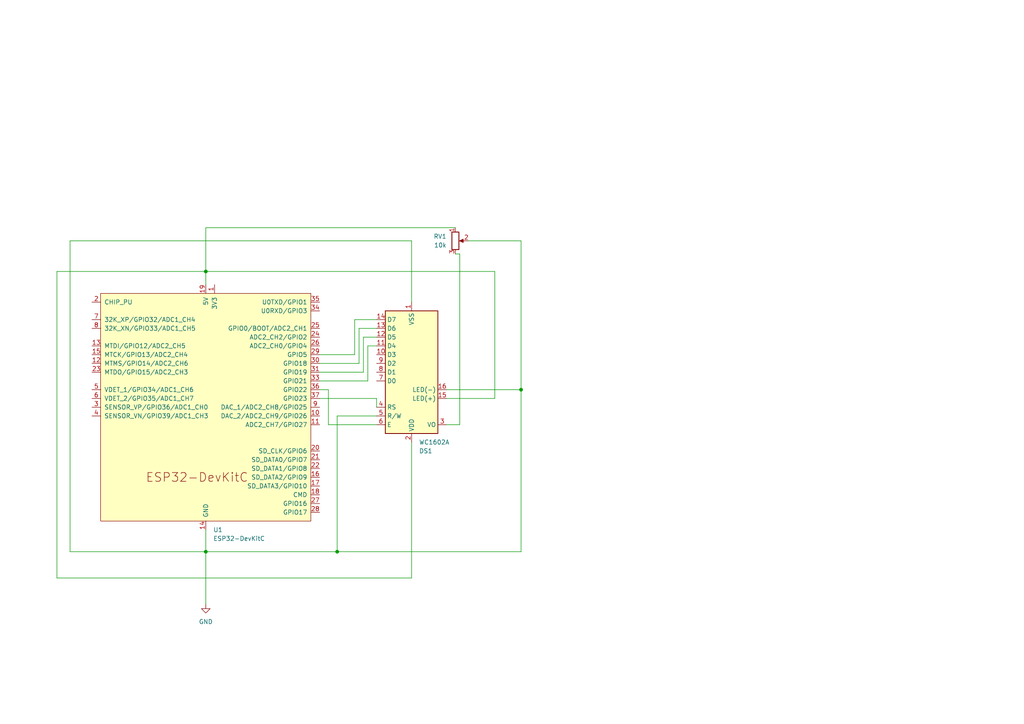
<source format=kicad_sch>
(kicad_sch (version 20250114) (generator "eeschema") (generator_version "9.0")
  (paper "A4")
  (title_block (title "POITimer") (rev "1"))
  (lib_symbols
    (symbol "Device:R_Potentiometer" (pin_names (offset 1.016) (hide yes))
      (property "Reference" "RV" (at -4.445 0 90))
      (property "Value" "R_Potentiometer" (at -2.54 0 90))
      (symbol "R_Potentiometer_0_1"
        (rectangle (start 1.016 2.54) (end -1.016 -2.54) (stroke (width 0.254)))
        (polyline (pts (xy 1.143 0) (xy 2.286 0.508) (xy 2.286 -0.508) (xy 1.143 0)) (fill (type outline)))
        (polyline (pts (xy 2.54 0) (xy 1.524 0)))
      )
      (symbol "R_Potentiometer_1_1"
        (pin passive line (at 0 3.81 270) (length 1.27) (name "1") (number "1"))
        (pin passive line (at 0 -3.81 90) (length 1.27) (name "3") (number "3"))
        (pin passive line (at 3.81 0 180) (length 1.27) (name "2") (number "2"))
      )
    )
    (symbol "Display_Character:WC1602A"
      (property "Reference" "DS" (at -5.842 19.05 0))
      (property "Value" "WC1602A" (at 5.334 19.05 0))
      (symbol "WC1602A_1_1"
        (rectangle (start -7.62 17.78) (end 7.62 -17.78) (stroke (width 0.254)) (fill (type background)))
        (pin input line (at -10.16 15.24 0) (length 2.54) (name "E") (number "6"))
        (pin input line (at -10.16 12.7 0) (length 2.54) (name "R/W") (number "5"))
        (pin input line (at -10.16 10.16 0) (length 2.54) (name "RS") (number "4"))
        (pin input line (at -10.16 2.54 0) (length 2.54) (name "D0") (number "7"))
        (pin input line (at -10.16 0 0) (length 2.54) (name "D1") (number "8"))
        (pin input line (at -10.16 -2.54 0) (length 2.54) (name "D2") (number "9"))
        (pin input line (at -10.16 -5.08 0) (length 2.54) (name "D3") (number "10"))
        (pin input line (at -10.16 -7.62 0) (length 2.54) (name "D4") (number "11"))
        (pin input line (at -10.16 -10.16 0) (length 2.54) (name "D5") (number "12"))
        (pin input line (at -10.16 -12.7 0) (length 2.54) (name "D6") (number "13"))
        (pin input line (at -10.16 -15.24 0) (length 2.54) (name "D7") (number "14"))
        (pin power_in line (at 0 20.32 270) (length 2.54) (name "VDD") (number "2"))
        (pin power_in line (at 0 -20.32 90) (length 2.54) (name "VSS") (number "1"))
        (pin input line (at 10.16 15.24 180) (length 2.54) (name "VO") (number "3"))
        (pin power_in line (at 10.16 7.62 180) (length 2.54) (name "LED(+)") (number "15"))
        (pin power_in line (at 10.16 5.08 180) (length 2.54) (name "LED(-)") (number "16"))
      )
    )
    (symbol "PCM_Espressif:ESP32-DevKitC" (pin_names (offset 1.016))
      (property "Reference" "U" (at -30.48 38.1 0))
      (property "Value" "ESP32-DevKitC" (at -30.48 35.56 0))
      (symbol "ESP32-DevKitC_0_0"
        (text "ESP32-DevKitC" (at -2.54 -20.32 0) (effects (font (size 2.54 2.54))))
        (pin power_in line (at 0 35.56 270) (length 2.54) (name "5V") (number "19"))
        (pin power_in line (at 0 -35.56 90) (length 2.54) (name "GND") (number "14"))
      )
      (symbol "ESP32-DevKitC_0_1"
        (rectangle (start -30.48 33.02) (end 30.48 -33.02) (fill (type background)))
      )
      (symbol "ESP32-DevKitC_1_1"
        (pin input line (at -33.02 30.48 0) (length 2.54) (name "CHIP_PU") (number "2"))
        (pin bidirectional line (at -33.02 25.4 0) (length 2.54) (name "32K_XP/GPIO32/ADC1_CH4") (number "7"))
        (pin bidirectional line (at -33.02 22.86 0) (length 2.54) (name "32K_XN/GPIO33/ADC1_CH5") (number "8"))
        (pin bidirectional line (at -33.02 17.78 0) (length 2.54) (name "MTDI/GPIO12/ADC2_CH5") (number "13"))
        (pin bidirectional line (at -33.02 15.24 0) (length 2.54) (name "MTCK/GPIO13/ADC2_CH4") (number "15"))
        (pin bidirectional line (at -33.02 12.7 0) (length 2.54) (name "MTMS/GPIO14/ADC2_CH6") (number "12"))
        (pin bidirectional line (at -33.02 10.16 0) (length 2.54) (name "MTDO/GPIO15/ADC2_CH3") (number "23"))
        (pin input line (at -33.02 5.08 0) (length 2.54) (name "VDET_1/GPIO34/ADC1_CH6") (number "5"))
        (pin input line (at -33.02 2.54 0) (length 2.54) (name "VDET_2/GPIO35/ADC1_CH7") (number "6"))
        (pin input line (at -33.02 0 0) (length 2.54) (name "SENSOR_VP/GPIO36/ADC1_CH0") (number "3"))
        (pin input line (at -33.02 -2.54 0) (length 2.54) (name "SENSOR_VN/GPIO39/ADC1_CH3") (number "4"))
        (pin passive line (at 0 -35.56 90) (length 2.54) (hide yes) (name "GND") (number "32"))
        (pin passive line (at 0 -35.56 90) (length 2.54) (hide yes) (name "GND") (number "38"))
        (pin power_in line (at 2.54 35.56 270) (length 2.54) (name "3V3") (number "1"))
        (pin bidirectional line (at 33.02 30.48 180) (length 2.54) (name "U0TXD/GPIO1") (number "35"))
        (pin bidirectional line (at 33.02 27.94 180) (length 2.54) (name "U0RXD/GPIO3") (number "34"))
        (pin bidirectional line (at 33.02 22.86 180) (length 2.54) (name "GPIO0/BOOT/ADC2_CH1") (number "25"))
        (pin bidirectional line (at 33.02 20.32 180) (length 2.54) (name "ADC2_CH2/GPIO2") (number "24"))
        (pin bidirectional line (at 33.02 17.78 180) (length 2.54) (name "ADC2_CH0/GPIO4") (number "26"))
        (pin bidirectional line (at 33.02 15.24 180) (length 2.54) (name "GPIO5") (number "29"))
        (pin bidirectional line (at 33.02 12.7 180) (length 2.54) (name "GPIO18") (number "30"))
        (pin bidirectional line (at 33.02 10.16 180) (length 2.54) (name "GPIO19") (number "31"))
        (pin bidirectional line (at 33.02 7.62 180) (length 2.54) (name "GPIO21") (number "33"))
        (pin bidirectional line (at 33.02 5.08 180) (length 2.54) (name "GPIO22") (number "36"))
        (pin bidirectional line (at 33.02 2.54 180) (length 2.54) (name "GPIO23") (number "37"))
        (pin bidirectional line (at 33.02 0 180) (length 2.54) (name "DAC_1/ADC2_CH8/GPIO25") (number "9"))
        (pin bidirectional line (at 33.02 -2.54 180) (length 2.54) (name "DAC_2/ADC2_CH9/GPIO26") (number "10"))
        (pin bidirectional line (at 33.02 -5.08 180) (length 2.54) (name "ADC2_CH7/GPIO27") (number "11"))
        (pin bidirectional line (at 33.02 -12.7 180) (length 2.54) (name "SD_CLK/GPIO6") (number "20"))
        (pin bidirectional line (at 33.02 -15.24 180) (length 2.54) (name "SD_DATA0/GPIO7") (number "21"))
        (pin bidirectional line (at 33.02 -17.78 180) (length 2.54) (name "SD_DATA1/GPIO8") (number "22"))
        (pin bidirectional line (at 33.02 -20.32 180) (length 2.54) (name "SD_DATA2/GPIO9") (number "16"))
        (pin bidirectional line (at 33.02 -22.86 180) (length 2.54) (name "SD_DATA3/GPIO10") (number "17"))
        (pin bidirectional line (at 33.02 -25.4 180) (length 2.54) (name "CMD") (number "18"))
        (pin bidirectional line (at 33.02 -27.94 180) (length 2.54) (name "GPIO16") (number "27"))
        (pin bidirectional line (at 33.02 -30.48 180) (length 2.54) (name "GPIO17") (number "28"))
      )
    )
    (symbol "power:GND" (power) (pin_numbers (hide yes)) (pin_names (offset 0) (hide yes))
      (property "Value" "GND" (at 0 -3.81 0))
      (symbol "GND_0_1"
        (polyline (pts (xy 0 0) (xy 0 -1.27) (xy 1.27 -1.27) (xy 0 -2.54) (xy -1.27 -1.27) (xy 0 -1.27)))
      )
      (symbol "GND_1_1"
        (pin power_in line (at 0 0 270) (length 0) (name "~") (number "1"))
      )
    )
  )
  (junction (at 59.69 160.02))
  (junction (at 97.79 160.02))
  (junction (at 151.13 113.03))
  (junction (at 59.69 78.74))
  (wire (pts (xy 135.89 69.85) (xy 151.13 69.85)))
  (wire (pts (xy 92.71 102.87) (xy 102.87 102.87)))
  (wire (pts (xy 151.13 113.03) (xy 151.13 160.02)))
  (wire (pts (xy 59.69 160.02) (xy 59.69 175.26)))
  (wire (pts (xy 109.22 123.19) (xy 95.25 123.19)))
  (wire (pts (xy 59.69 78.74) (xy 59.69 82.55)))
  (wire (pts (xy 106.68 110.49) (xy 92.71 110.49)))
  (wire (pts (xy 97.79 120.65) (xy 97.79 160.02)))
  (wire (pts (xy 119.38 167.64) (xy 16.51 167.64)))
  (wire (pts (xy 109.22 95.25) (xy 104.14 95.25)))
  (wire (pts (xy 106.68 100.33) (xy 106.68 110.49)))
  (wire (pts (xy 119.38 128.27) (xy 119.38 167.64)))
  (wire (pts (xy 92.71 105.41) (xy 104.14 105.41)))
  (wire (pts (xy 109.22 92.71) (xy 102.87 92.71)))
  (wire (pts (xy 151.13 160.02) (xy 97.79 160.02)))
  (wire (pts (xy 95.25 113.03) (xy 92.71 113.03)))
  (wire (pts (xy 151.13 69.85) (xy 151.13 113.03)))
  (wire (pts (xy 143.51 115.57) (xy 143.51 78.74)))
  (wire (pts (xy 133.35 123.19) (xy 133.35 73.66)))
  (wire (pts (xy 102.87 92.71) (xy 102.87 102.87)))
  (wire (pts (xy 143.51 78.74) (xy 59.69 78.74)))
  (wire (pts (xy 109.22 100.33) (xy 106.68 100.33)))
  (wire (pts (xy 105.41 107.95) (xy 92.71 107.95)))
  (wire (pts (xy 59.69 66.04) (xy 59.69 78.74)))
  (wire (pts (xy 92.71 115.57) (xy 109.22 115.57)))
  (wire (pts (xy 16.51 167.64) (xy 16.51 78.74)))
  (wire (pts (xy 109.22 120.65) (xy 97.79 120.65)))
  (wire (pts (xy 20.32 160.02) (xy 59.69 160.02)))
  (wire (pts (xy 59.69 160.02) (xy 59.69 153.67)))
  (wire (pts (xy 95.25 123.19) (xy 95.25 113.03)))
  (wire (pts (xy 20.32 69.85) (xy 20.32 160.02)))
  (wire (pts (xy 109.22 115.57) (xy 109.22 118.11)))
  (wire (pts (xy 132.08 66.04) (xy 59.69 66.04)))
  (wire (pts (xy 109.22 97.79) (xy 105.41 97.79)))
  (wire (pts (xy 129.54 115.57) (xy 143.51 115.57)))
  (wire (pts (xy 16.51 78.74) (xy 59.69 78.74)))
  (wire (pts (xy 119.38 69.85) (xy 20.32 69.85)))
  (wire (pts (xy 59.69 160.02) (xy 97.79 160.02)))
  (wire (pts (xy 129.54 113.03) (xy 151.13 113.03)))
  (wire (pts (xy 105.41 97.79) (xy 105.41 107.95)))
  (wire (pts (xy 119.38 87.63) (xy 119.38 69.85)))
  (wire (pts (xy 133.35 73.66) (xy 132.08 73.66)))
  (wire (pts (xy 104.14 95.25) (xy 104.14 105.41)))
  (wire (pts (xy 129.54 123.19) (xy 133.35 123.19)))
  (symbol (lib_id "Device:R_Potentiometer") (at 132.08 69.85 0) (unit 1)
    (property "Reference" "RV1" (at 129.54 68.5799 0) (effects (justify right)))
    (property "Value" "10k" (at 129.54 71.1199 0) (effects (justify right)))
    (property "Footprint" "Potentiometer_SMD:Potentiometer_ACP_CA6-VSMD_Vertical" (effects (hide yes)))
    (property "Description" "Potentiometer" (effects (hide yes)))
  )
  (symbol (lib_id "PCM_Espressif:ESP32-DevKitC") (at 59.69 118.11 0) (unit 1)
    (property "Reference" "U1" (at 61.8333 153.67 0) (effects (justify left)))
    (property "Value" "ESP32-DevKitC" (at 61.8333 156.21 0) (effects (justify left)))
    (property "Footprint" "PCM_Espressif:ESP32-DevKitC" (effects (hide yes)))
    (property "Datasheet" "https://docs.espressif.com/projects/esp-idf/zh_CN/latest/esp32/hw-reference/esp32/get-started-devkitc.html" (effects (hide yes)))
    (property "Description" "Development Kit" (effects (hide yes)))
  )
  (symbol (lib_id "Display_Character:WC1602A") (at 119.38 107.95 0) (mirror x) (unit 1)
    (property "Reference" "DS1" (at 121.5233 130.81 0) (effects (justify left)))
    (property "Value" "WC1602A" (at 121.5233 128.27 0) (effects (justify left)))
    (property "Footprint" "Display:WC1602A" (effects (hide yes)))
    (property "Datasheet" "http://www.wincomlcd.com/pdf/WC1602A-SFYLYHTC06.pdf" (effects (hide yes)))
    (property "Description" "LCD 16x2 Alphanumeric , 8 bit parallel bus, 5V VDD" (effects (hide yes)))
  )
  (symbol (lib_id "power:GND") (at 59.69 175.26 0) (unit 1)
    (property "Reference" "#PWR01" (effects (hide yes)))
    (property "Value" "GND" (at 59.69 180.34 0))
    (property "Description" "Power symbol creates a global label with name \"GND\" , ground" (effects (hide yes)))
  )
)
</source>
